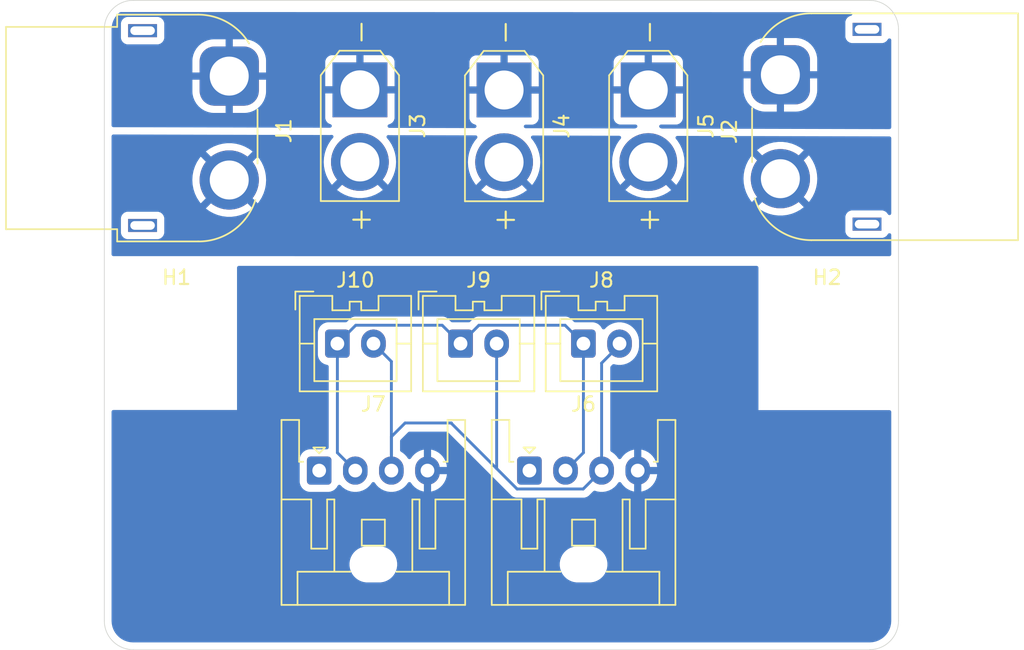
<source format=kicad_pcb>
(kicad_pcb (version 20240108) (generator "pcbnew") (generator_version "8.0")
  (layers (0 "F.Cu" signal) (31 "B.Cu" signal) (34 "B.Paste" user) (35 "F.Paste" user) (36 "B.SilkS" user "B.Silkscreen") (37 "F.SilkS" user "F.Silkscreen") (38 "B.Mask" user) (39 "F.Mask" user) (44 "Edge.Cuts" user))
  (net 0 "")
  (net 1 "/+")
  (net 2 "/-")
  (net 3 "/TX")
  (net 4 "/RX")
  (net 5 "GND")
  (net 6 "+5V")
  (footprint "Connector_AMASS:AMASS_XT30U-F_1x02_P5.0mm_Vertical" (layer "F.Cu") (at 168.87 96.306666 -90)
    (property "Reference" "J5" (at 2.5 -4 90) (layer "F.SilkS"))
    (property "Value" "Conn_01x02_Socket")
    (fp_line (start -1.01 2.71) (end 7.71 2.71) (stroke (width 0.12)) (layer "F.SilkS"))
    (fp_line (start -2.71 1.41) (end -1.01 2.71) (stroke (width 0.12)) (layer "F.SilkS"))
    (fp_line (start -2.71 -1.41) (end -2.71 1.41) (stroke (width 0.12)) (layer "F.SilkS"))
    (fp_line (start -2.71 -1.41) (end -1.01 -2.71) (stroke (width 0.12)) (layer "F.SilkS"))
    (fp_line (start -1.01 -2.71) (end 7.71 -2.71) (stroke (width 0.12)) (layer "F.SilkS"))
    (fp_line (start 7.71 -2.71) (end 7.71 2.71) (stroke (width 0.12)) (layer "F.SilkS"))
    (fp_text user "+" (at 9 0 90) (layer "F.SilkS") (effects (font (size 1.5 1.5))))
    (fp_text user "-" (at -4 0 90) (layer "F.SilkS") (effects (font (size 1.5 1.5))))
    (pad "1" thru_hole rect (at 0 0 270) (size 3.8 3.8) (drill 2.7) (layers "*.Cu" "*.Mask") (net 1 "/+"))
    (pad "2" thru_hole circle (at 5 0 270) (size 4 4) (drill 2.7) (layers "*.Cu" "*.Mask") (net 2 "/-"))
  )
  (footprint "Connector_JST:JST_XA_B02B-XASK-1_1x02_P2.50mm_Vertical" (layer "F.Cu") (at 164.38 113.89)
    (property "Reference" "J8" (at 1.25 -4.4 0) (layer "F.SilkS"))
    (property "Value" "Conn_01x02_Socket")
    (fp_line (start -2.91 -3.61) (end -2.91 -2.36) (stroke (width 0.12)) (layer "F.SilkS"))
    (fp_line (start -2.61 -3.31) (end -2.61 3.31) (stroke (width 0.12)) (layer "F.SilkS"))
    (fp_line (start -2.61 0) (end -1.6 0) (stroke (width 0.12)) (layer "F.SilkS"))
    (fp_line (start -2.61 3.31) (end 5.11 3.31) (stroke (width 0.12)) (layer "F.SilkS"))
    (fp_line (start -1.66 -3.61) (end -2.91 -3.61) (stroke (width 0.12)) (layer "F.SilkS"))
    (fp_line (start -1.6 -1.7) (end -1.6 2.6) (stroke (width 0.12)) (layer "F.SilkS"))
    (fp_line (start -1.6 2.6) (end 4.1 2.6) (stroke (width 0.12)) (layer "F.SilkS"))
    (fp_line (start -0.35 -3.31) (end -2.61 -3.31) (stroke (width 0.12)) (layer "F.SilkS"))
    (fp_line (start -0.35 -2.31) (end -0.35 -3.31) (stroke (width 0.12)) (layer "F.SilkS"))
    (fp_line (start 0.85 -2.91) (end 0.85 -2.31) (stroke (width 0.12)) (layer "F.SilkS"))
    (fp_line (start 0.85 -2.31) (end -0.35 -2.31) (stroke (width 0.12)) (layer "F.SilkS"))
    (fp_line (start 1.65 -2.91) (end 0.85 -2.91) (stroke (width 0.12)) (layer "F.SilkS"))
    (fp_line (start 1.65 -2.31) (end 1.65 -2.91) (stroke (width 0.12)) (layer "F.SilkS"))
    (fp_line (start 2.85 -3.31) (end 2.85 -2.31) (stroke (width 0.12)) (layer "F.SilkS"))
    (fp_line (start 2.85 -2.31) (end 1.65 -2.31) (stroke (width 0.12)) (layer "F.SilkS"))
    (fp_line (start 4.1 -1.7) (end -1.6 -1.7) (stroke (width 0.12)) (layer "F.SilkS"))
    (fp_line (start 4.1 2.6) (end 4.1 -1.7) (stroke (width 0.12)) (layer "F.SilkS"))
    (fp_line (start 5.11 -3.31) (end 2.85 -3.31) (stroke (width 0.12)) (layer "F.SilkS"))
    (fp_line (start 5.11 0) (end 4.1 0) (stroke (width 0.12)) (layer "F.SilkS"))
    (fp_line (start 5.11 3.31) (end 5.11 -3.31) (stroke (width 0.12)) (layer "F.SilkS"))
    (pad "1" thru_hole roundrect (at 0 0) (size 1.7 1.95) (drill 0.95) (layers "*.Cu" "*.Mask") (roundrect_rratio 0.147059) (net 3 "/TX"))
    (pad "2" thru_hole oval (at 2.5 0) (size 1.7 1.95) (drill 0.95) (layers "*.Cu" "*.Mask") (net 4 "/RX"))
  )
  (footprint "Connector_JST:JST_XA_S04B-XASK-1_1x04_P2.50mm_Horizontal" (layer "F.Cu") (at 160.64 122.69)
    (property "Reference" "J6" (at 3.75 -4.6 0) (layer "F.SilkS"))
    (property "Value" "Conn_01x04_Socket")
    (fp_line (start -2.61 -3.51) (end -2.61 9.31) (stroke (width 0.12)) (layer "F.SilkS"))
    (fp_line (start -2.61 9.31) (end 10.11 9.31) (stroke (width 0.12)) (layer "F.SilkS"))
    (fp_line (start -1.5 7.01) (end 2.15 7.01) (stroke (width 0.12)) (layer "F.SilkS"))
    (fp_line (start -1.5 9.31) (end -1.5 7.01) (stroke (width 0.12)) (layer "F.SilkS"))
    (fp_line (start -1.39 -3.51) (end -2.61 -3.51) (stroke (width 0.12)) (layer "F.SilkS"))
    (fp_line (start -1.39 -0.61) (end -1.39 -3.51) (stroke (width 0.12)) (layer "F.SilkS"))
    (fp_line (start -1.11 -0.61) (end -1.39 -0.61) (stroke (width 0.12)) (layer "F.SilkS"))
    (fp_line (start -0.55 2) (end -2.61 2) (stroke (width 0.12)) (layer "F.SilkS"))
    (fp_line (start -0.55 5.41) (end -0.55 2) (stroke (width 0.12)) (layer "F.SilkS"))
    (fp_line (start -0.4 -1.6) (end 0.4 -1.6) (stroke (width 0.12)) (layer "F.SilkS"))
    (fp_line (start 0 -1.2) (end -0.4 -1.6) (stroke (width 0.12)) (layer "F.SilkS"))
    (fp_line (start 0.4 -1.6) (end 0 -1.2) (stroke (width 0.12)) (layer "F.SilkS"))
    (fp_line (start 0.55 2) (end 0.55 5.41) (stroke (width 0.12)) (layer "F.SilkS"))
    (fp_line (start 0.55 5.41) (end -0.55 5.41) (stroke (width 0.12)) (layer "F.SilkS"))
    (fp_line (start 1.05 2) (end 0.55 2) (stroke (width 0.12)) (layer "F.SilkS"))
    (fp_line (start 1.05 7.01) (end 1.05 2) (stroke (width 0.12)) (layer "F.SilkS"))
    (fp_line (start 2.95 3.4) (end 4.55 3.4) (stroke (width 0.12)) (layer "F.SilkS"))
    (fp_line (start 2.95 5.2) (end 2.95 3.4) (stroke (width 0.12)) (layer "F.SilkS"))
    (fp_line (start 4.55 3.4) (end 4.55 5.2) (stroke (width 0.12)) (layer "F.SilkS"))
    (fp_line (start 4.55 5.2) (end 2.95 5.2) (stroke (width 0.12)) (layer "F.SilkS"))
    (fp_line (start 5.35 7.01) (end 9 7.01) (stroke (width 0.12)) (layer "F.SilkS"))
    (fp_line (start 6.45 2) (end 6.95 2) (stroke (width 0.12)) (layer "F.SilkS"))
    (fp_line (start 6.45 7.01) (end 6.45 2) (stroke (width 0.12)) (layer "F.SilkS"))
    (fp_line (start 6.95 2) (end 6.95 5.41) (stroke (width 0.12)) (layer "F.SilkS"))
    (fp_line (start 6.95 5.41) (end 8.05 5.41) (stroke (width 0.12)) (layer "F.SilkS"))
    (fp_line (start 8.05 2) (end 10.11 2) (stroke (width 0.12)) (layer "F.SilkS"))
    (fp_line (start 8.05 5.41) (end 8.05 2) (stroke (width 0.12)) (layer "F.SilkS"))
    (fp_line (start 8.89 -3.51) (end 8.89 -0.61) (stroke (width 0.12)) (layer "F.SilkS"))
    (fp_line (start 8.89 -0.61) (end 8.61 -0.61) (stroke (width 0.12)) (layer "F.SilkS"))
    (fp_line (start 9 7.01) (end 9 9.31) (stroke (width 0.12)) (layer "F.SilkS"))
    (fp_line (start 10.11 -3.51) (end 8.89 -3.51) (stroke (width 0.12)) (layer "F.SilkS"))
    (fp_line (start 10.11 9.31) (end 10.11 -3.51) (stroke (width 0.12)) (layer "F.SilkS"))
    (pad "" np_thru_hole oval (at 3.75 6.5) (size 2.8 2) (drill oval 2.8 2) (layers "*.Cu" "*.Mask"))
    (pad "1" thru_hole roundrect (at 0 0) (size 1.7 1.95) (drill 0.95) (layers "*.Cu" "*.Mask") (roundrect_rratio 0.147059) (net 6 "+5V"))
    (pad "2" thru_hole oval (at 2.5 0) (size 1.7 1.95) (drill 0.95) (layers "*.Cu" "*.Mask") (net 3 "/TX"))
    (pad "3" thru_hole oval (at 5 0) (size 1.7 1.95) (drill 0.95) (layers "*.Cu" "*.Mask") (net 4 "/RX"))
    (pad "4" thru_hole oval (at 7.5 0) (size 1.7 1.95) (drill 0.95) (layers "*.Cu" "*.Mask") (net 5 "GND"))
  )
  (footprint "Connector_JST:JST_XA_B02B-XASK-1_1x02_P2.50mm_Vertical" (layer "F.Cu") (at 147.34 113.89)
    (property "Reference" "J10" (at 1.25 -4.4 0) (layer "F.SilkS"))
    (property "Value" "Conn_01x02_Socket")
    (fp_line (start -2.91 -3.61) (end -2.91 -2.36) (stroke (width 0.12)) (layer "F.SilkS"))
    (fp_line (start -2.61 -3.31) (end -2.61 3.31) (stroke (width 0.12)) (layer "F.SilkS"))
    (fp_line (start -2.61 0) (end -1.6 0) (stroke (width 0.12)) (layer "F.SilkS"))
    (fp_line (start -2.61 3.31) (end 5.11 3.31) (stroke (width 0.12)) (layer "F.SilkS"))
    (fp_line (start -1.66 -3.61) (end -2.91 -3.61) (stroke (width 0.12)) (layer "F.SilkS"))
    (fp_line (start -1.6 -1.7) (end -1.6 2.6) (stroke (width 0.12)) (layer "F.SilkS"))
    (fp_line (start -1.6 2.6) (end 4.1 2.6) (stroke (width 0.12)) (layer "F.SilkS"))
    (fp_line (start -0.35 -3.31) (end -2.61 -3.31) (stroke (width 0.12)) (layer "F.SilkS"))
    (fp_line (start -0.35 -2.31) (end -0.35 -3.31) (stroke (width 0.12)) (layer "F.SilkS"))
    (fp_line (start 0.85 -2.91) (end 0.85 -2.31) (stroke (width 0.12)) (layer "F.SilkS"))
    (fp_line (start 0.85 -2.31) (end -0.35 -2.31) (stroke (width 0.12)) (layer "F.SilkS"))
    (fp_line (start 1.65 -2.91) (end 0.85 -2.91) (stroke (width 0.12)) (layer "F.SilkS"))
    (fp_line (start 1.65 -2.31) (end 1.65 -2.91) (stroke (width 0.12)) (layer "F.SilkS"))
    (fp_line (start 2.85 -3.31) (end 2.85 -2.31) (stroke (width 0.12)) (layer "F.SilkS"))
    (fp_line (start 2.85 -2.31) (end 1.65 -2.31) (stroke (width 0.12)) (layer "F.SilkS"))
    (fp_line (start 4.1 -1.7) (end -1.6 -1.7) (stroke (width 0.12)) (layer "F.SilkS"))
    (fp_line (start 4.1 2.6) (end 4.1 -1.7) (stroke (width 0.12)) (layer "F.SilkS"))
    (fp_line (start 5.11 -3.31) (end 2.85 -3.31) (stroke (width 0.12)) (layer "F.SilkS"))
    (fp_line (start 5.11 0) (end 4.1 0) (stroke (width 0.12)) (layer "F.SilkS"))
    (fp_line (start 5.11 3.31) (end 5.11 -3.31) (stroke (width 0.12)) (layer "F.SilkS"))
    (pad "1" thru_hole roundrect (at 0 0) (size 1.7 1.95) (drill 0.95) (layers "*.Cu" "*.Mask") (roundrect_rratio 0.147059) (net 3 "/TX"))
    (pad "2" thru_hole oval (at 2.5 0) (size 1.7 1.95) (drill 0.95) (layers "*.Cu" "*.Mask") (net 4 "/RX"))
  )
  (footprint "Connector_AMASS:AMASS_XT60PW-F_1x02_P7.20mm_Horizontal" (layer "F.Cu") (at 139.85 95.35 90)
    (property "Reference" "J1" (at -3.79 3.79 90) (layer "F.SilkS"))
    (property "Value" "Conn_01x02_Socket")
    (fp_line (start 3.41 -15.46) (end 3.41 -7.76) (stroke (width 0.12)) (layer "F.SilkS"))
    (fp_line (start -10.61 -15.46) (end 3.41 -15.46) (stroke (width 0.12)) (layer "F.SilkS"))
    (fp_line (start -10.61 -15.46) (end -10.61 -7.76) (stroke (width 0.12)) (layer "F.SilkS"))
    (fp_line (start 4.26 -7.76) (end 4.26 -2.15) (stroke (width 0.12)) (layer "F.SilkS"))
    (fp_line (start 3.41 -7.76) (end 4.26 -7.76) (stroke (width 0.12)) (layer "F.SilkS"))
    (fp_line (start -11.46 -7.76) (end -10.61 -7.76) (stroke (width 0.12)) (layer "F.SilkS"))
    (fp_line (start -11.46 -7.76) (end -11.46 -2.15) (stroke (width 0.12)) (layer "F.SilkS"))
    (fp_line (start -6.05 1.96) (end -2.31 1.96) (stroke (width 0.12)) (layer "F.SilkS"))
    (fp_arc (start 4.26 -2.15) (mid 3.727162 -0.126139) (end 2.266806 1.372958) (stroke (width 0.12)) (layer "F.SilkS"))
    (fp_arc (start -8.5899 1.808718) (mid -10.677645 0.302568) (end -11.46 -2.15) (stroke (width 0.12)) (layer "F.SilkS"))
    (pad "" thru_hole rect (at -10.35 -6 90) (size 0.9 2) (drill oval 0.6 1.7) (layers "*.Cu" "*.Mask"))
    (pad "" thru_hole rect (at 3.15 -6 90) (size 0.9 2) (drill oval 0.6 1.7) (layers "*.Cu" "*.Mask"))
    (pad "1" thru_hole roundrect (at 0 0 90) (size 4.1 4.1) (drill 2.7) (layers "*.Cu" "*.Mask") (net 1 "/+"))
    (pad "2" thru_hole circle (at -7.2 0 90) (size 4.1 4.1) (drill 2.7) (layers "*.Cu" "*.Mask") (net 2 "/-"))
  )
  (footprint "Connector_JST:JST_XA_S04B-XASK-1_1x04_P2.50mm_Horizontal" (layer "F.Cu") (at 146.08 122.69)
    (property "Reference" "J7" (at 3.75 -4.6 0) (layer "F.SilkS"))
    (property "Value" "Conn_01x04_Socket")
    (fp_line (start -2.61 -3.51) (end -2.61 9.31) (stroke (width 0.12)) (layer "F.SilkS"))
    (fp_line (start -2.61 9.31) (end 10.11 9.31) (stroke (width 0.12)) (layer "F.SilkS"))
    (fp_line (start -1.5 7.01) (end 2.15 7.01) (stroke (width 0.12)) (layer "F.SilkS"))
    (fp_line (start -1.5 9.31) (end -1.5 7.01) (stroke (width 0.12)) (layer "F.SilkS"))
    (fp_line (start -1.39 -3.51) (end -2.61 -3.51) (stroke (width 0.12)) (layer "F.SilkS"))
    (fp_line (start -1.39 -0.61) (end -1.39 -3.51) (stroke (width 0.12)) (layer "F.SilkS"))
    (fp_line (start -1.11 -0.61) (end -1.39 -0.61) (stroke (width 0.12)) (layer "F.SilkS"))
    (fp_line (start -0.55 2) (end -2.61 2) (stroke (width 0.12)) (layer "F.SilkS"))
    (fp_line (start -0.55 5.41) (end -0.55 2) (stroke (width 0.12)) (layer "F.SilkS"))
    (fp_line (start -0.4 -1.6) (end 0.4 -1.6) (stroke (width 0.12)) (layer "F.SilkS"))
    (fp_line (start 0 -1.2) (end -0.4 -1.6) (stroke (width 0.12)) (layer "F.SilkS"))
    (fp_line (start 0.4 -1.6) (end 0 -1.2) (stroke (width 0.12)) (layer "F.SilkS"))
    (fp_line (start 0.55 2) (end 0.55 5.41) (stroke (width 0.12)) (layer "F.SilkS"))
    (fp_line (start 0.55 5.41) (end -0.55 5.41) (stroke (width 0.12)) (layer "F.SilkS"))
    (fp_line (start 1.05 2) (end 0.55 2) (stroke (width 0.12)) (layer "F.SilkS"))
    (fp_line (start 1.05 7.01) (end 1.05 2) (stroke (width 0.12)) (layer "F.SilkS"))
    (fp_line (start 2.95 3.4) (end 4.55 3.4) (stroke (width 0.12)) (layer "F.SilkS"))
    (fp_line (start 2.95 5.2) (end 2.95 3.4) (stroke (width 0.12)) (layer "F.SilkS"))
    (fp_line (start 4.55 3.4) (end 4.55 5.2) (stroke (width 0.12)) (layer "F.SilkS"))
    (fp_line (start 4.55 5.2) (end 2.95 5.2) (stroke (width 0.12)) (layer "F.SilkS"))
    (fp_line (start 5.35 7.01) (end 9 7.01) (stroke (width 0.12)) (layer "F.SilkS"))
    (fp_line (start 6.45 2) (end 6.95 2) (stroke (width 0.12)) (layer "F.SilkS"))
    (fp_line (start 6.45 7.01) (end 6.45 2) (stroke (width 0.12)) (layer "F.SilkS"))
    (fp_line (start 6.95 2) (end 6.95 5.41) (stroke (width 0.12)) (layer "F.SilkS"))
    (fp_line (start 6.95 5.41) (end 8.05 5.41) (stroke (width 0.12)) (layer "F.SilkS"))
    (fp_line (start 8.05 2) (end 10.11 2) (stroke (width 0.12)) (layer "F.SilkS"))
    (fp_line (start 8.05 5.41) (end 8.05 2) (stroke (width 0.12)) (layer "F.SilkS"))
    (fp_line (start 8.89 -3.51) (end 8.89 -0.61) (stroke (width 0.12)) (layer "F.SilkS"))
    (fp_line (start 8.89 -0.61) (end 8.61 -0.61) (stroke (width 0.12)) (layer "F.SilkS"))
    (fp_line (start 9 7.01) (end 9 9.31) (stroke (width 0.12)) (layer "F.SilkS"))
    (fp_line (start 10.11 -3.51) (end 8.89 -3.51) (stroke (width 0.12)) (layer "F.SilkS"))
    (fp_line (start 10.11 9.31) (end 10.11 -3.51) (stroke (width 0.12)) (layer "F.SilkS"))
    (pad "" np_thru_hole oval (at 3.75 6.5) (size 2.8 2) (drill oval 2.8 2) (layers "*.Cu" "*.Mask"))
    (pad "1" thru_hole roundrect (at 0 0) (size 1.7 1.95) (drill 0.95) (layers "*.Cu" "*.Mask") (roundrect_rratio 0.147059) (net 6 "+5V"))
    (pad "2" thru_hole oval (at 2.5 0) (size 1.7 1.95) (drill 0.95) (layers "*.Cu" "*.Mask") (net 3 "/TX"))
    (pad "3" thru_hole oval (at 5 0) (size 1.7 1.95) (drill 0.95) (layers "*.Cu" "*.Mask") (net 4 "/RX"))
    (pad "4" thru_hole oval (at 7.5 0) (size 1.7 1.95) (drill 0.95) (layers "*.Cu" "*.Mask") (net 5 "GND"))
  )
  (footprint "Connector_AMASS:AMASS_XT60PW-M_1x02_P7.20mm_Horizontal" (layer "F.Cu") (at 178.02 95.26 -90)
    (property "Reference" "J2" (at 3.93 3.53 90) (layer "F.SilkS"))
    (property "Value" "Conn_01x02_Socket")
    (fp_line (start 2.31 1.96) (end 6.05 1.96) (stroke (width 0.12)) (layer "F.SilkS"))
    (fp_line (start -4.26 -16.46) (end -4.26 -2.15) (stroke (width 0.12)) (layer "F.SilkS"))
    (fp_line (start -4.26 -16.46) (end 11.46 -16.46) (stroke (width 0.12)) (layer "F.SilkS"))
    (fp_line (start 11.46 -16.46) (end 11.46 -2.15) (stroke (width 0.12)) (layer "F.SilkS"))
    (fp_arc (start -2.266806 1.372958) (mid -3.727162 -0.126139) (end -4.26 -2.15) (stroke (width 0.12)) (layer "F.SilkS"))
    (fp_arc (start 11.46 -2.15) (mid 10.653852 0.294722) (end 8.551648 1.780413) (stroke (width 0.12)) (layer "F.SilkS"))
    (pad "" thru_hole rect (at -3.15 -6 270) (size 0.9 2) (drill oval 0.6 1.7) (layers "*.Cu" "*.Mask"))
    (pad "" thru_hole rect (at 10.35 -6 270) (size 0.9 2) (drill oval 0.6 1.7) (layers "*.Cu" "*.Mask"))
    (pad "1" thru_hole roundrect (at 0 0 270) (size 4.1 4.1) (drill 2.7) (layers "*.Cu" "*.Mask") (net 1 "/+"))
    (pad "2" thru_hole circle (at 7.2 0 270) (size 4.1 4.1) (drill 2.7) (layers "*.Cu" "*.Mask") (net 2 "/-"))
  )
  (footprint "Connector_AMASS:AMASS_XT30U-F_1x02_P5.0mm_Vertical" (layer "F.Cu") (at 148.9 96.3 -90)
    (property "Reference" "J3" (at 2.5 -4 90) (layer "F.SilkS"))
    (property "Value" "Conn_01x02_Socket")
    (fp_line (start -1.01 2.71) (end 7.71 2.71) (stroke (width 0.12)) (layer "F.SilkS"))
    (fp_line (start -2.71 1.41) (end -1.01 2.71) (stroke (width 0.12)) (layer "F.SilkS"))
    (fp_line (start -2.71 -1.41) (end -2.71 1.41) (stroke (width 0.12)) (layer "F.SilkS"))
    (fp_line (start -2.71 -1.41) (end -1.01 -2.71) (stroke (width 0.12)) (layer "F.SilkS"))
    (fp_line (start -1.01 -2.71) (end 7.71 -2.71) (stroke (width 0.12)) (layer "F.SilkS"))
    (fp_line (start 7.71 -2.71) (end 7.71 2.71) (stroke (width 0.12)) (layer "F.SilkS"))
    (fp_text user "-" (at -4 0 90) (layer "F.SilkS") (effects (font (size 1.5 1.5))))
    (fp_text user "+" (at 9 0 90) (layer "F.SilkS") (effects (font (size 1.5 1.5))))
    (pad "1" thru_hole rect (at 0 0 270) (size 3.8 3.8) (drill 2.7) (layers "*.Cu" "*.Mask") (net 1 "/+"))
    (pad "2" thru_hole circle (at 5 0 270) (size 4 4) (drill 2.7) (layers "*.Cu" "*.Mask") (net 2 "/-"))
  )
  (footprint "Connector_JST:JST_XA_B02B-XASK-1_1x02_P2.50mm_Vertical" (layer "F.Cu") (at 155.87 113.89)
    (property "Reference" "J9" (at 1.25 -4.4 0) (layer "F.SilkS"))
    (property "Value" "Conn_01x02_Socket")
    (fp_line (start -2.91 -3.61) (end -2.91 -2.36) (stroke (width 0.12)) (layer "F.SilkS"))
    (fp_line (start -2.61 -3.31) (end -2.61 3.31) (stroke (width 0.12)) (layer "F.SilkS"))
    (fp_line (start -2.61 0) (end -1.6 0) (stroke (width 0.12)) (layer "F.SilkS"))
    (fp_line (start -2.61 3.31) (end 5.11 3.31) (stroke (width 0.12)) (layer "F.SilkS"))
    (fp_line (start -1.66 -3.61) (end -2.91 -3.61) (stroke (width 0.12)) (layer "F.SilkS"))
    (fp_line (start -1.6 -1.7) (end -1.6 2.6) (stroke (width 0.12)) (layer "F.SilkS"))
    (fp_line (start -1.6 2.6) (end 4.1 2.6) (stroke (width 0.12)) (layer "F.SilkS"))
    (fp_line (start -0.35 -3.31) (end -2.61 -3.31) (stroke (width 0.12)) (layer "F.SilkS"))
    (fp_line (start -0.35 -2.31) (end -0.35 -3.31) (stroke (width 0.12)) (layer "F.SilkS"))
    (fp_line (start 0.85 -2.91) (end 0.85 -2.31) (stroke (width 0.12)) (layer "F.SilkS"))
    (fp_line (start 0.85 -2.31) (end -0.35 -2.31) (stroke (width 0.12)) (layer "F.SilkS"))
    (fp_line (start 1.65 -2.91) (end 0.85 -2.91) (stroke (width 0.12)) (layer "F.SilkS"))
    (fp_line (start 1.65 -2.31) (end 1.65 -2.91) (stroke (width 0.12)) (layer "F.SilkS"))
    (fp_line (start 2.85 -3.31) (end 2.85 -2.31) (stroke (width 0.12)) (layer "F.SilkS"))
    (fp_line (start 2.85 -2.31) (end 1.65 -2.31) (stroke (width 0.12)) (layer "F.SilkS"))
    (fp_line (start 4.1 -1.7) (end -1.6 -1.7) (stroke (width 0.12)) (layer "F.SilkS"))
    (fp_line (start 4.1 2.6) (end 4.1 -1.7) (stroke (width 0.12)) (layer "F.SilkS"))
    (fp_line (start 5.11 -3.31) (end 2.85 -3.31) (stroke (width 0.12)) (layer "F.SilkS"))
    (fp_line (start 5.11 0) (end 4.1 0) (stroke (width 0.12)) (layer "F.SilkS"))
    (fp_line (start 5.11 3.31) (end 5.11 -3.31) (stroke (width 0.12)) (layer "F.SilkS"))
    (pad "1" thru_hole roundrect (at 0 0) (size 1.7 1.95) (drill 0.95) (layers "*.Cu" "*.Mask") (roundrect_rratio 0.147059) (net 3 "/TX"))
    (pad "2" thru_hole oval (at 2.5 0) (size 1.7 1.95) (drill 0.95) (layers "*.Cu" "*.Mask") (net 4 "/RX"))
  )
  (footprint "Connector_AMASS:AMASS_XT30U-F_1x02_P5.0mm_Vertical" (layer "F.Cu") (at 158.885 96.313332 -90)
    (property "Reference" "J4" (at 2.5 -4 90) (layer "F.SilkS"))
    (property "Value" "Conn_01x02_Socket")
    (fp_line (start -1.01 2.71) (end 7.71 2.71) (stroke (width 0.12)) (layer "F.SilkS"))
    (fp_line (start -2.71 1.41) (end -1.01 2.71) (stroke (width 0.12)) (layer "F.SilkS"))
    (fp_line (start -2.71 -1.41) (end -2.71 1.41) (stroke (width 0.12)) (layer "F.SilkS"))
    (fp_line (start -2.71 -1.41) (end -1.01 -2.71) (stroke (width 0.12)) (layer "F.SilkS"))
    (fp_line (start -1.01 -2.71) (end 7.71 -2.71) (stroke (width 0.12)) (layer "F.SilkS"))
    (fp_line (start 7.71 -2.71) (end 7.71 2.71) (stroke (width 0.12)) (layer "F.SilkS"))
    (fp_text user "+" (at 9 0 90) (layer "F.SilkS") (effects (font (size 1.5 1.5))))
    (fp_text user "-" (at -4 0 90) (layer "F.SilkS") (effects (font (size 1.5 1.5))))
    (pad "1" thru_hole rect (at 0 0 270) (size 3.8 3.8) (drill 2.7) (layers "*.Cu" "*.Mask") (net 1 "/+"))
    (pad "2" thru_hole circle (at 5 0 270) (size 4 4) (drill 2.7) (layers "*.Cu" "*.Mask") (net 2 "/-"))
  )
  (footprint "MountingHole:MountingHole_3.2mm_M3" (layer "F.Cu") (at 181.26 113.5)
    (property "Reference" "H2" (at 0 -4.2 0) (layer "F.SilkS"))
    (property "Value" "MountingHole")
    (pad "" np_thru_hole circle (at 0 0) (size 3.2 3.2) (drill 3.2) (layers "*.Cu" "*.Mask"))
  )
  (footprint "MountingHole:MountingHole_3.2mm_M3" (layer "F.Cu") (at 136.2 113.5)
    (property "Reference" "H1" (at 0 -4.2 0) (layer "F.SilkS"))
    (property "Value" "MountingHole")
    (pad "" np_thru_hole circle (at 0 0) (size 3.2 3.2) (drill 3.2) (layers "*.Cu" "*.Mask"))
  )
  (gr_line (start 131.199776 92.100224) (end 131.199776 133.1) (stroke (width 0.05)) (layer "Edge.Cuts"))
  (gr_arc (start 184.199776 90.099776) (mid 185.614148 90.685628) (end 186.2 92.1) (stroke (width 0.05)) (layer "Edge.Cuts"))
  (gr_arc (start 131.199776 92.100224) (mid 131.785628 90.685852) (end 133.2 90.1) (stroke (width 0.05)) (layer "Edge.Cuts"))
  (gr_line (start 186.200224 133.099776) (end 186.200224 92.1) (stroke (width 0.05)) (layer "Edge.Cuts"))
  (gr_line (start 133.200224 135.100224) (end 184.2 135.100224) (stroke (width 0.05)) (layer "Edge.Cuts"))
  (gr_arc (start 133.200224 135.100224) (mid 131.785852 134.514372) (end 131.2 133.1) (stroke (width 0.05)) (layer "Edge.Cuts"))
  (gr_line (start 184.199776 90.099776) (end 133.2 90.099776) (stroke (width 0.05)) (layer "Edge.Cuts"))
  (gr_arc (start 186.200224 133.099776) (mid 185.614372 134.514148) (end 184.2 135.1) (stroke (width 0.05)) (layer "Edge.Cuts"))
  (segment (start 147.34 113.89) (end 147.34 121.45) (width 0.2) (layer "B.Cu") (net 3))
  (segment (start 147.34 113.89) (end 148.615 112.615) (width 0.2) (layer "B.Cu") (net 3))
  (segment (start 163.105 112.615) (end 157.145 112.615) (width 0.2) (layer "B.Cu") (net 3))
  (segment (start 164.38 121.45) (end 163.14 122.69) (width 0.2) (layer "B.Cu") (net 3))
  (segment (start 147.34 121.45) (end 148.58 122.69) (width 0.2) (layer "B.Cu") (net 3))
  (segment (start 164.38 113.89) (end 164.38 121.45) (width 0.2) (layer "B.Cu") (net 3))
  (segment (start 157.145 112.615) (end 155.87 113.89) (width 0.2) (layer "B.Cu") (net 3))
  (segment (start 164.38 113.89) (end 163.105 112.615) (width 0.2) (layer "B.Cu") (net 3))
  (segment (start 148.615 112.615) (end 154.595 112.615) (width 0.2) (layer "B.Cu") (net 3))
  (segment (start 154.595 112.615) (end 155.87 113.89) (width 0.2) (layer "B.Cu") (net 3))
  (segment (start 151.08 120.34) (end 151.08 122.69) (width 0.2) (layer "B.Cu") (net 4))
  (segment (start 155.230256 119.410256) (end 155.230256 119.39) (width 0.2) (layer "B.Cu") (net 4))
  (segment (start 165.64 115.24) (end 165.64 122.69) (width 0.2) (layer "B.Cu") (net 4))
  (segment (start 166.88 114) (end 165.64 115.24) (width 0.2) (layer "B.Cu") (net 4))
  (segment (start 166.88 113.89) (end 166.88 114) (width 0.2) (layer "B.Cu") (net 4))
  (segment (start 151.08 115.13) (end 149.84 113.89) (width 0.2) (layer "B.Cu") (net 4))
  (segment (start 166.88 113.89) (end 166.78 113.89) (width 0.2) (layer "B.Cu") (net 4))
  (segment (start 158.37 122.55) (end 155.230256 119.410256) (width 0.2) (layer "B.Cu") (net 4))
  (segment (start 151.08 122.69) (end 151.08 115.13) (width 0.2) (layer "B.Cu") (net 4))
  (segment (start 158.37 113.89) (end 158.37 122.529744) (width 0.2) (layer "B.Cu") (net 4))
  (segment (start 159.785 123.965) (end 158.37 122.55) (width 0.2) (layer "B.Cu") (net 4))
  (segment (start 165.64 122.69) (end 164.365 123.965) (width 0.2) (layer "B.Cu") (net 4))
  (segment (start 164.365 123.965) (end 159.785 123.965) (width 0.2) (layer "B.Cu") (net 4))
  (segment (start 155.230256 119.39) (end 152.03 119.39) (width 0.2) (layer "B.Cu") (net 4))
  (segment (start 152.03 119.39) (end 151.08 120.34) (width 0.2) (layer "B.Cu") (net 4))
  (zone (net 0) (net_name "") (layer "B.Cu") (connect_pads (clearance 0)) (min_thickness 0.25)
    (keepout (tracks not_allowed) (vias allowed) (pads allowed) (copperpour not_allowed) (footprints allowed))
    (fill (thermal_gap 0.5) (thermal_bridge_width 0.5))
    (polygon (pts (xy 176.5 108.51) (xy 176.5 118.5) (xy 186.23 118.5) (xy 186.23 108.51)))
  )
  (zone (net 2) (net_name "/-") (layer "B.Cu") (connect_pads (clearance 0.5)) (min_thickness 0.25) (fill yes (thermal_gap 0.5) (thermal_bridge_width 0.5))
    (polygon (pts (xy 185.98 99.098778) (xy 131.2 99.110361) (xy 131.2 107.827669) (xy 185.98 107.830113)))
  )
  (zone (net 0) (net_name "") (layer "B.Cu") (connect_pads (clearance 0)) (min_thickness 0.25)
    (keepout (tracks not_allowed) (vias allowed) (pads allowed) (copperpour not_allowed) (footprints allowed))
    (fill (thermal_gap 0.5) (thermal_bridge_width 0.5))
    (polygon (pts (xy 131.2 108.5) (xy 131.2 118.49) (xy 140.39 118.49) (xy 140.39 108.5)))
  )
  (zone (net 1) (net_name "/+") (layer "B.Cu") (priority 1) (connect_pads (clearance 0.5)) (min_thickness 0.25) (fill yes (thermal_gap 0.5) (thermal_bridge_width 0.5))
    (polygon (pts (xy 186.13 99.02589) (xy 186.13 90.921628) (xy 131.2 90.908423) (xy 131.2 98.888221)))
  )
  (zone (net 5) (net_name "GND") (layer "B.Cu") (priority 2) (connect_pads (clearance 0.5)) (min_thickness 0.25) (fill yes (thermal_gap 0.5) (thermal_bridge_width 0.5))
    (polygon (pts (xy 131.2 134.98) (xy 186.23 134.98) (xy 186.23 108.5) (xy 131.2 108.5)))
  )
)
</source>
